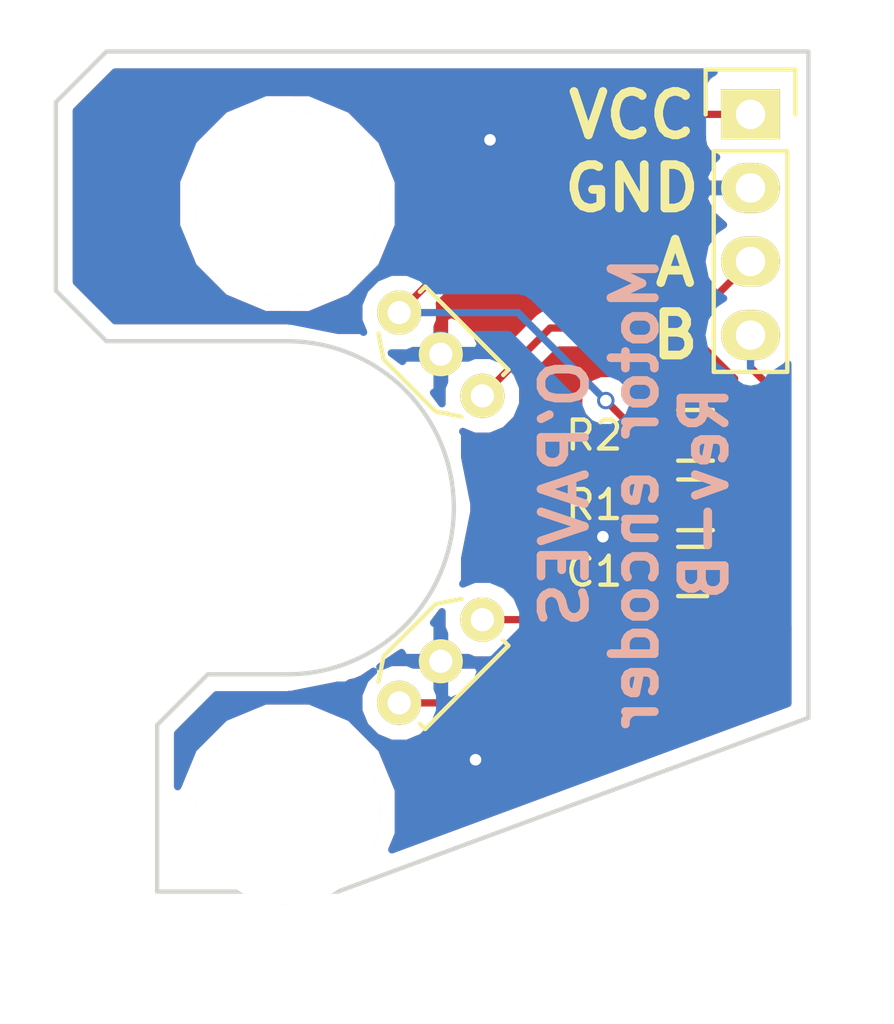
<source format=kicad_pcb>
(kicad_pcb (version 4) (host pcbnew 4.0.4+dfsg1-stable)

  (general
    (links 12)
    (no_connects 0)
    (area 108.924999 60.674999 135.075001 89.825001)
    (thickness 1.6)
    (drawings 21)
    (tracks 41)
    (zones 0)
    (modules 8)
    (nets 5)
  )

  (page A4)
  (title_block
    (title "O'PAVES - Encoders for TAMIYA High Speed Gearbox")
    (rev B)
    (company AdaCore)
  )

  (layers
    (0 F.Cu signal)
    (31 B.Cu signal)
    (32 B.Adhes user)
    (33 F.Adhes user)
    (34 B.Paste user)
    (35 F.Paste user)
    (36 B.SilkS user)
    (37 F.SilkS user)
    (38 B.Mask user)
    (39 F.Mask user)
    (40 Dwgs.User user)
    (41 Cmts.User user)
    (42 Eco1.User user)
    (43 Eco2.User user)
    (44 Edge.Cuts user)
    (45 Margin user)
    (46 B.CrtYd user)
    (47 F.CrtYd user)
    (48 B.Fab user)
    (49 F.Fab user)
  )

  (setup
    (last_trace_width 0.25)
    (trace_clearance 0.2)
    (zone_clearance 0.508)
    (zone_45_only no)
    (trace_min 0.2)
    (segment_width 0.2)
    (edge_width 0.15)
    (via_size 0.6)
    (via_drill 0.4)
    (via_min_size 0.4)
    (via_min_drill 0.3)
    (uvia_size 0.3)
    (uvia_drill 0.1)
    (uvias_allowed no)
    (uvia_min_size 0.2)
    (uvia_min_drill 0.1)
    (pcb_text_width 0.3)
    (pcb_text_size 1.5 1.5)
    (mod_edge_width 0.15)
    (mod_text_size 1 1)
    (mod_text_width 0.15)
    (pad_size 1.524 1.524)
    (pad_drill 0.762)
    (pad_to_mask_clearance 0.1)
    (aux_axis_origin 0 0)
    (visible_elements FFFEFF7F)
    (pcbplotparams
      (layerselection 0x010f0_80000001)
      (usegerberextensions false)
      (excludeedgelayer true)
      (linewidth 0.100000)
      (plotframeref false)
      (viasonmask false)
      (mode 1)
      (useauxorigin false)
      (hpglpennumber 1)
      (hpglpenspeed 20)
      (hpglpendiameter 15)
      (hpglpenoverlay 2)
      (psnegative false)
      (psa4output false)
      (plotreference true)
      (plotvalue true)
      (plotinvisibletext false)
      (padsonsilk false)
      (subtractmaskfromsilk false)
      (outputformat 1)
      (mirror false)
      (drillshape 0)
      (scaleselection 1)
      (outputdirectory rev_A/gerber/))
  )

  (net 0 "")
  (net 1 VCC)
  (net 2 GND)
  (net 3 A)
  (net 4 B)

  (net_class Default "This is the default net class."
    (clearance 0.2)
    (trace_width 0.25)
    (via_dia 0.6)
    (via_drill 0.4)
    (uvia_dia 0.3)
    (uvia_drill 0.1)
    (add_net A)
    (add_net B)
    (add_net GND)
    (add_net VCC)
  )

  (module Pin_Headers:Pin_Header_Straight_1x04 (layer F.Cu) (tedit 5888A1D1) (tstamp 5888979D)
    (at 133 62.92)
    (descr "Through hole pin header")
    (tags "pin header")
    (path /5888A684)
    (fp_text reference P1 (at 0 -5.1) (layer F.SilkS) hide
      (effects (font (size 1 1) (thickness 0.15)))
    )
    (fp_text value CONN_01X04 (at 0 -3.1) (layer F.Fab)
      (effects (font (size 1 1) (thickness 0.15)))
    )
    (fp_line (start -1.75 -1.75) (end -1.75 9.4) (layer F.CrtYd) (width 0.05))
    (fp_line (start 1.75 -1.75) (end 1.75 9.4) (layer F.CrtYd) (width 0.05))
    (fp_line (start -1.75 -1.75) (end 1.75 -1.75) (layer F.CrtYd) (width 0.05))
    (fp_line (start -1.75 9.4) (end 1.75 9.4) (layer F.CrtYd) (width 0.05))
    (fp_line (start -1.27 1.27) (end -1.27 8.89) (layer F.SilkS) (width 0.15))
    (fp_line (start 1.27 1.27) (end 1.27 8.89) (layer F.SilkS) (width 0.15))
    (fp_line (start 1.55 -1.55) (end 1.55 0) (layer F.SilkS) (width 0.15))
    (fp_line (start -1.27 8.89) (end 1.27 8.89) (layer F.SilkS) (width 0.15))
    (fp_line (start 1.27 1.27) (end -1.27 1.27) (layer F.SilkS) (width 0.15))
    (fp_line (start -1.55 0) (end -1.55 -1.55) (layer F.SilkS) (width 0.15))
    (fp_line (start -1.55 -1.55) (end 1.55 -1.55) (layer F.SilkS) (width 0.15))
    (pad 1 thru_hole rect (at 0 0) (size 2.032 1.7272) (drill 1.016) (layers *.Cu *.Mask F.SilkS)
      (net 1 VCC))
    (pad 2 thru_hole oval (at 0 2.54) (size 2.032 1.7272) (drill 1.016) (layers *.Cu *.Mask F.SilkS)
      (net 2 GND))
    (pad 3 thru_hole oval (at 0 5.08) (size 2.032 1.7272) (drill 1.016) (layers *.Cu *.Mask F.SilkS)
      (net 3 A))
    (pad 4 thru_hole oval (at 0 7.62) (size 2.032 1.7272) (drill 1.016) (layers *.Cu *.Mask F.SilkS)
      (net 4 B))
    (model Pin_Headers.3dshapes/Pin_Header_Straight_1x04.wrl
      (at (xyz 0 -0.15 0))
      (scale (xyz 1 1 1))
      (rotate (xyz 0 0 90))
    )
  )

  (module Mounting_Holes:MountingHole_6.4mm_M6_DIN965 (layer F.Cu) (tedit 58889FC2) (tstamp 588899A4)
    (at 117 66)
    (descr "Mounting Hole 6.4mm, no annular, M6, DIN965")
    (tags "mounting hole 6.4mm no annular m6 din965")
    (path /5888CC1C)
    (fp_text reference Mounting_Hole1 (at 0 -6.5) (layer F.SilkS) hide
      (effects (font (size 1 1) (thickness 0.15)))
    )
    (fp_text value Mounting_Hole1 (at 0 6.5) (layer F.Fab)
      (effects (font (size 1 1) (thickness 0.15)))
    )
    (fp_circle (center 0 0) (end 5.5 0) (layer Cmts.User) (width 0.15))
    (fp_circle (center 0 0) (end 5.75 0) (layer F.CrtYd) (width 0.05))
    (pad 1 np_thru_hole circle (at 0 0) (size 6.4 6.4) (drill 6.4) (layers *.Cu *.Mask F.SilkS))
  )

  (module Mounting_Holes:MountingHole_6.4mm_M6_DIN965 (layer F.Cu) (tedit 58889FBB) (tstamp 588899A9)
    (at 117 87)
    (descr "Mounting Hole 6.4mm, no annular, M6, DIN965")
    (tags "mounting hole 6.4mm no annular m6 din965")
    (path /5888CCF6)
    (fp_text reference Mounting_Hole2 (at 0 -6.5) (layer F.SilkS) hide
      (effects (font (size 1 1) (thickness 0.15)))
    )
    (fp_text value Mounting_Hole2 (at 0 6.5) (layer F.Fab)
      (effects (font (size 1 1) (thickness 0.15)))
    )
    (fp_circle (center 0 0) (end 5.5 0) (layer Cmts.User) (width 0.15))
    (fp_circle (center 0 0) (end 5.75 0) (layer F.CrtYd) (width 0.05))
    (pad 1 np_thru_hole circle (at 0 0) (size 6.4 6.4) (drill 6.4) (layers *.Cu *.Mask F.SilkS))
  )

  (module Capacitors_SMD:C_0805_HandSoldering (layer F.Cu) (tedit 541A9B8D) (tstamp 58A55C6F)
    (at 131 78.7)
    (descr "Capacitor SMD 0805, hand soldering")
    (tags "capacitor 0805")
    (path /58889BB0)
    (attr smd)
    (fp_text reference C1 (at -3.4 0) (layer F.SilkS)
      (effects (font (size 1 1) (thickness 0.15)))
    )
    (fp_text value C (at 0 2.1) (layer F.Fab)
      (effects (font (size 1 1) (thickness 0.15)))
    )
    (fp_line (start -2.3 -1) (end 2.3 -1) (layer F.CrtYd) (width 0.05))
    (fp_line (start -2.3 1) (end 2.3 1) (layer F.CrtYd) (width 0.05))
    (fp_line (start -2.3 -1) (end -2.3 1) (layer F.CrtYd) (width 0.05))
    (fp_line (start 2.3 -1) (end 2.3 1) (layer F.CrtYd) (width 0.05))
    (fp_line (start 0.5 -0.85) (end -0.5 -0.85) (layer F.SilkS) (width 0.15))
    (fp_line (start -0.5 0.85) (end 0.5 0.85) (layer F.SilkS) (width 0.15))
    (pad 1 smd rect (at -1.25 0) (size 1.5 1.25) (layers F.Cu F.Paste F.Mask)
      (net 1 VCC))
    (pad 2 smd rect (at 1.25 0) (size 1.5 1.25) (layers F.Cu F.Paste F.Mask)
      (net 2 GND))
    (model Capacitors_SMD.3dshapes/C_0805_HandSoldering.wrl
      (at (xyz 0 0 0))
      (scale (xyz 1 1 1))
      (rotate (xyz 0 0 0))
    )
  )

  (module Resistors_SMD:R_0805_HandSoldering (layer F.Cu) (tedit 54189DEE) (tstamp 58A55C7B)
    (at 131.1 76.4)
    (descr "Resistor SMD 0805, hand soldering")
    (tags "resistor 0805")
    (path /58889A60)
    (attr smd)
    (fp_text reference R1 (at -3.5 0) (layer F.SilkS)
      (effects (font (size 1 1) (thickness 0.15)))
    )
    (fp_text value 10k (at 0 2.1) (layer F.Fab)
      (effects (font (size 1 1) (thickness 0.15)))
    )
    (fp_line (start -2.4 -1) (end 2.4 -1) (layer F.CrtYd) (width 0.05))
    (fp_line (start -2.4 1) (end 2.4 1) (layer F.CrtYd) (width 0.05))
    (fp_line (start -2.4 -1) (end -2.4 1) (layer F.CrtYd) (width 0.05))
    (fp_line (start 2.4 -1) (end 2.4 1) (layer F.CrtYd) (width 0.05))
    (fp_line (start 0.6 0.875) (end -0.6 0.875) (layer F.SilkS) (width 0.15))
    (fp_line (start -0.6 -0.875) (end 0.6 -0.875) (layer F.SilkS) (width 0.15))
    (pad 1 smd rect (at -1.35 0) (size 1.5 1.3) (layers F.Cu F.Paste F.Mask)
      (net 1 VCC))
    (pad 2 smd rect (at 1.35 0) (size 1.5 1.3) (layers F.Cu F.Paste F.Mask)
      (net 4 B))
    (model Resistors_SMD.3dshapes/R_0805_HandSoldering.wrl
      (at (xyz 0 0 0))
      (scale (xyz 1 1 1))
      (rotate (xyz 0 0 0))
    )
  )

  (module Resistors_SMD:R_0805_HandSoldering (layer F.Cu) (tedit 54189DEE) (tstamp 58A55C87)
    (at 131.1 74)
    (descr "Resistor SMD 0805, hand soldering")
    (tags "resistor 0805")
    (path /58889F12)
    (attr smd)
    (fp_text reference R2 (at -3.5 0) (layer F.SilkS)
      (effects (font (size 1 1) (thickness 0.15)))
    )
    (fp_text value 10k (at 0 2.1) (layer F.Fab)
      (effects (font (size 1 1) (thickness 0.15)))
    )
    (fp_line (start -2.4 -1) (end 2.4 -1) (layer F.CrtYd) (width 0.05))
    (fp_line (start -2.4 1) (end 2.4 1) (layer F.CrtYd) (width 0.05))
    (fp_line (start -2.4 -1) (end -2.4 1) (layer F.CrtYd) (width 0.05))
    (fp_line (start 2.4 -1) (end 2.4 1) (layer F.CrtYd) (width 0.05))
    (fp_line (start 0.6 0.875) (end -0.6 0.875) (layer F.SilkS) (width 0.15))
    (fp_line (start -0.6 -0.875) (end 0.6 -0.875) (layer F.SilkS) (width 0.15))
    (pad 1 smd rect (at -1.35 0) (size 1.5 1.3) (layers F.Cu F.Paste F.Mask)
      (net 1 VCC))
    (pad 2 smd rect (at 1.35 0) (size 1.5 1.3) (layers F.Cu F.Paste F.Mask)
      (net 3 A))
    (model Resistors_SMD.3dshapes/R_0805_HandSoldering.wrl
      (at (xyz 0 0 0))
      (scale (xyz 1 1 1))
      (rotate (xyz 0 0 0))
    )
  )

  (module OPAVES:DRV5013_Hall_Sensor_TO-92_Inline (layer F.Cu) (tedit 589C65F5) (tstamp 58AB3C1F)
    (at 120.503949 69.403949 315)
    (descr "TO-92 leads in-line, wide, drill 0.8mm (see NXP sot054_po.pdf)")
    (tags "to-92 sc-43 sc-43a sot54 PA33 transistor")
    (path /5888CFCF)
    (fp_text reference TO-92-A1 (at 0 -4 315) (layer F.SilkS) hide
      (effects (font (size 1 1) (thickness 0.15)))
    )
    (fp_text value Digital_Latch_Hall_Effect_Sensor_TO-92 (at 0 3 315) (layer F.Fab)
      (effects (font (size 1 1) (thickness 0.15)))
    )
    (fp_line (start 0.508 -1.27) (end 0.508 -1.016) (layer F.SilkS) (width 0.15))
    (fp_line (start 4.572 -1.27) (end 0.508 -1.27) (layer F.SilkS) (width 0.15))
    (fp_line (start 4.572 -1.016) (end 4.572 -1.27) (layer F.SilkS) (width 0.15))
    (fp_line (start 1.27 1.524) (end 0.508 1.016) (layer F.SilkS) (width 0.15))
    (fp_line (start 3.81 1.524) (end 1.27 1.524) (layer F.SilkS) (width 0.15))
    (fp_line (start 4.572 1.016) (end 3.81 1.524) (layer F.SilkS) (width 0.15))
    (fp_line (start -1 1.95) (end -1 -2.65) (layer F.CrtYd) (width 0.05))
    (fp_line (start -1 1.95) (end 6.1 1.95) (layer F.CrtYd) (width 0.05))
    (fp_line (start -1 -2.65) (end 6.1 -2.65) (layer F.CrtYd) (width 0.05))
    (fp_line (start 6.1 1.95) (end 6.1 -2.65) (layer F.CrtYd) (width 0.05))
    (pad 2 thru_hole circle (at 2.54 0 45) (size 1.524 1.524) (drill 0.8) (layers *.Cu *.Mask F.SilkS)
      (net 2 GND))
    (pad 3 thru_hole circle (at 4.572 0 45) (size 1.524 1.524) (drill 0.8) (layers *.Cu *.Mask F.SilkS)
      (net 3 A))
    (pad 1 thru_hole circle (at 0.508 0 45) (size 1.524 1.524) (drill 0.8) (layers *.Cu *.Mask F.SilkS)
      (net 1 VCC))
    (model TO_SOT_Packages_THT.3dshapes/TO-92_Inline_Wide.wrl
      (at (xyz 0.1 0 0))
      (scale (xyz 1 1 1))
      (rotate (xyz 0 0 -90))
    )
  )

  (module OPAVES:DRV5013_Hall_Sensor_TO-92_Inline (layer F.Cu) (tedit 589C65F5) (tstamp 58AB3C2F)
    (at 124.096051 80.003949 225)
    (descr "TO-92 leads in-line, wide, drill 0.8mm (see NXP sot054_po.pdf)")
    (tags "to-92 sc-43 sc-43a sot54 PA33 transistor")
    (path /5888D106)
    (fp_text reference TO-92-B1 (at 0 -4 225) (layer F.SilkS) hide
      (effects (font (size 1 1) (thickness 0.15)))
    )
    (fp_text value Digital_Latch_Hall_Effect_Sensor_TO-92 (at 0 3 225) (layer F.Fab)
      (effects (font (size 1 1) (thickness 0.15)))
    )
    (fp_line (start 0.508 -1.27) (end 0.508 -1.016) (layer F.SilkS) (width 0.15))
    (fp_line (start 4.572 -1.27) (end 0.508 -1.27) (layer F.SilkS) (width 0.15))
    (fp_line (start 4.572 -1.016) (end 4.572 -1.27) (layer F.SilkS) (width 0.15))
    (fp_line (start 1.27 1.524) (end 0.508 1.016) (layer F.SilkS) (width 0.15))
    (fp_line (start 3.81 1.524) (end 1.27 1.524) (layer F.SilkS) (width 0.15))
    (fp_line (start 4.572 1.016) (end 3.81 1.524) (layer F.SilkS) (width 0.15))
    (fp_line (start -1 1.95) (end -1 -2.65) (layer F.CrtYd) (width 0.05))
    (fp_line (start -1 1.95) (end 6.1 1.95) (layer F.CrtYd) (width 0.05))
    (fp_line (start -1 -2.65) (end 6.1 -2.65) (layer F.CrtYd) (width 0.05))
    (fp_line (start 6.1 1.95) (end 6.1 -2.65) (layer F.CrtYd) (width 0.05))
    (pad 2 thru_hole circle (at 2.54 0 315) (size 1.524 1.524) (drill 0.8) (layers *.Cu *.Mask F.SilkS)
      (net 2 GND))
    (pad 3 thru_hole circle (at 4.572 0 315) (size 1.524 1.524) (drill 0.8) (layers *.Cu *.Mask F.SilkS)
      (net 4 B))
    (pad 1 thru_hole circle (at 0.508 0 315) (size 1.524 1.524) (drill 0.8) (layers *.Cu *.Mask F.SilkS)
      (net 1 VCC))
    (model TO_SOT_Packages_THT.3dshapes/TO-92_Inline_Wide.wrl
      (at (xyz 0.1 0 0))
      (scale (xyz 1 1 1))
      (rotate (xyz 0 0 -90))
    )
  )

  (gr_text "O'PAVES\nMotor encoder\nRev-B" (at 129 76 90) (layer B.SilkS)
    (effects (font (size 1.5 1.5) (thickness 0.3)) (justify mirror))
  )
  (gr_text GND (at 128.9 65.475) (layer F.SilkS)
    (effects (font (size 1.5 1.5) (thickness 0.3)))
  )
  (gr_text A (at 130.4 68.05) (layer F.SilkS)
    (effects (font (size 1.5 1.5) (thickness 0.3)))
  )
  (gr_line (start 117 76.5) (end 123 82.5) (layer Margin) (width 0.2))
  (gr_line (start 123 70.5) (end 117 76.5) (layer Margin) (width 0.2))
  (gr_arc (start 117 76.5) (end 123 70.5) (angle 90) (layer Margin) (width 0.2))
  (gr_text "B\n" (at 130.4 70.55) (layer F.SilkS)
    (effects (font (size 1.5 1.5) (thickness 0.3)))
  )
  (gr_text VCC (at 128.9 62.95) (layer F.SilkS)
    (effects (font (size 1.5 1.5) (thickness 0.3)))
  )
  (gr_line (start 114.25 82.25) (end 112.5 84) (layer Edge.Cuts) (width 0.15))
  (gr_line (start 109 62.5) (end 110.75 60.75) (layer Edge.Cuts) (width 0.15))
  (gr_line (start 110.75 70.75) (end 109 69) (layer Edge.Cuts) (width 0.15))
  (gr_line (start 117 82.25) (end 114.25 82.25) (layer Edge.Cuts) (width 0.15))
  (gr_line (start 110.75 60.75) (end 135 60.75) (layer Edge.Cuts) (width 0.15))
  (gr_line (start 109 69) (end 109 62.5) (layer Edge.Cuts) (width 0.15))
  (gr_line (start 117 70.75) (end 110.75 70.75) (layer Edge.Cuts) (width 0.15))
  (gr_line (start 112.5 89.75) (end 118.75 89.75) (layer Edge.Cuts) (width 0.15))
  (gr_line (start 112.5 84) (end 112.5 89.75) (layer Edge.Cuts) (width 0.15))
  (gr_line (start 135 83.75) (end 118.75 89.75) (layer Edge.Cuts) (width 0.15))
  (gr_line (start 135 60.75) (end 135 83.75) (layer Edge.Cuts) (width 0.15))
  (gr_arc (start 117 76.5) (end 117 70.75) (angle 180) (layer Edge.Cuts) (width 0.15))
  (gr_circle (center 117 76.5) (end 122 76.5) (layer Dwgs.User) (width 0.2))

  (segment (start 133 62.92) (end 127.706318 62.92) (width 0.25) (layer F.Cu) (net 1))
  (segment (start 127.706318 62.92) (end 120.863159 69.763159) (width 0.25) (layer F.Cu) (net 1))
  (segment (start 128 72.8) (end 124.963159 69.763159) (width 0.25) (layer B.Cu) (net 1))
  (segment (start 124.963159 69.763159) (end 120.863159 69.763159) (width 0.25) (layer B.Cu) (net 1))
  (segment (start 123.736841 80.363159) (end 128.961841 80.363159) (width 0.25) (layer F.Cu) (net 1))
  (segment (start 128.961841 80.363159) (end 129.75 79.575) (width 0.25) (layer F.Cu) (net 1))
  (segment (start 129.75 79.575) (end 129.75 78.7) (width 0.25) (layer F.Cu) (net 1))
  (segment (start 128.299999 73.099999) (end 128 72.8) (width 0.25) (layer F.Cu) (net 1))
  (segment (start 129.2 74) (end 128.299999 73.099999) (width 0.25) (layer F.Cu) (net 1))
  (segment (start 130.05 74) (end 129.2 74) (width 0.25) (layer F.Cu) (net 1))
  (via (at 128 72.8) (size 0.6) (drill 0.4) (layers F.Cu B.Cu) (net 1))
  (segment (start 129.75 78.7) (end 129.75 76.4) (width 0.25) (layer F.Cu) (net 1))
  (segment (start 129.75 74) (end 129.75 76.4) (width 0.25) (layer F.Cu) (net 1))
  (segment (start 127.9 77.92427) (end 127.9 77.500006) (width 0.25) (layer B.Cu) (net 2))
  (segment (start 124.02427 81.8) (end 127.9 77.92427) (width 0.25) (layer B.Cu) (net 2))
  (segment (start 122.3 81.8) (end 124.02427 81.8) (width 0.25) (layer B.Cu) (net 2))
  (via (at 127.9 77.500006) (size 0.6) (drill 0.4) (layers F.Cu B.Cu) (net 2))
  (segment (start 122.3 81.8) (end 122.3 84) (width 0.25) (layer B.Cu) (net 2))
  (segment (start 122.3 84) (end 123.5 85.2) (width 0.25) (layer B.Cu) (net 2))
  (via (at 123.5 85.2) (size 0.6) (drill 0.4) (layers F.Cu B.Cu) (net 2))
  (segment (start 133 65.46) (end 125.66 65.46) (width 0.25) (layer B.Cu) (net 2))
  (segment (start 125.66 65.46) (end 124 63.8) (width 0.25) (layer B.Cu) (net 2))
  (via (at 124 63.8) (size 0.6) (drill 0.4) (layers F.Cu B.Cu) (net 2))
  (segment (start 130.703949 70.296051) (end 126.077631 70.296051) (width 0.25) (layer F.Cu) (net 3))
  (segment (start 126.077631 70.296051) (end 123.736841 72.636841) (width 0.25) (layer F.Cu) (net 3))
  (segment (start 130.703949 70.296051) (end 132.45 72.042102) (width 0.25) (layer F.Cu) (net 3))
  (segment (start 132.45 72.042102) (end 132.45 74) (width 0.25) (layer F.Cu) (net 3))
  (segment (start 130.703949 70.296051) (end 133 68) (width 0.25) (layer F.Cu) (net 3))
  (segment (start 132.8476 68) (end 133 68) (width 0.25) (layer F.Cu) (net 3))
  (segment (start 133.8 80) (end 130.563159 83.236841) (width 0.25) (layer F.Cu) (net 4))
  (segment (start 130.563159 83.236841) (end 120.863159 83.236841) (width 0.25) (layer F.Cu) (net 4))
  (segment (start 132.45 76.4) (end 133.45 76.4) (width 0.25) (layer F.Cu) (net 4))
  (segment (start 133 71.6536) (end 133 70.54) (width 0.25) (layer F.Cu) (net 4))
  (segment (start 133.45 76.4) (end 134.266 75.584) (width 0.25) (layer F.Cu) (net 4))
  (segment (start 134.266 75.584) (end 134.266 72.9196) (width 0.25) (layer F.Cu) (net 4))
  (segment (start 134.266 72.9196) (end 133 71.6536) (width 0.25) (layer F.Cu) (net 4))
  (segment (start 133.8 76.75) (end 133.8 80) (width 0.25) (layer F.Cu) (net 4))
  (segment (start 133.45 76.4) (end 133.8 76.75) (width 0.25) (layer F.Cu) (net 4))
  (segment (start 131.95 76.5) (end 131.95 76.2) (width 0.25) (layer F.Cu) (net 4))
  (segment (start 133 71.6536) (end 133 70.54) (width 0.25) (layer B.Cu) (net 4))
  (segment (start 132.8476 70.54) (end 133 70.54) (width 0.25) (layer F.Cu) (net 4))

  (zone (net 2) (net_name GND) (layer F.Cu) (tstamp 0) (hatch edge 0.508)
    (connect_pads (clearance 0.508))
    (min_thickness 0.254)
    (fill yes (arc_segments 16) (thermal_gap 0.508) (thermal_bridge_width 0.508))
    (polygon
      (pts
        (xy 111 61) (xy 134.5 61) (xy 134.5 83.5) (xy 118.5 89.5) (xy 113 89.5)
        (xy 113 84) (xy 114.5 82.5) (xy 119 82.5) (xy 121.5 81) (xy 123 79)
        (xy 123 74.5) (xy 123 74) (xy 121.5 72) (xy 119.5 70.5) (xy 111 70.5)
        (xy 109.5 69) (xy 109.5 62.5)
      )
    )
    (filled_polygon
      (pts
        (xy 134.29 83.255302) (xy 120.610024 88.30637) (xy 120.834333 87.766175) (xy 120.835664 86.240518) (xy 120.25305 84.830485)
        (xy 119.175189 83.750741) (xy 117.766175 83.165667) (xy 116.240518 83.164336) (xy 114.830485 83.74695) (xy 113.750741 84.824811)
        (xy 113.21 86.127059) (xy 113.21 84.294092) (xy 114.544092 82.96) (xy 117 82.96) (xy 117.068584 82.946358)
        (xy 117.138514 82.946358) (xy 118.744034 82.627) (xy 119 82.627) (xy 119.065341 82.608902) (xy 119.179565 82.540367)
        (xy 119.338944 82.508665) (xy 119.594885 82.40265) (xy 119.977578 82.146943) (xy 119.67953 82.444471) (xy 119.466402 82.957741)
        (xy 119.465917 83.513502) (xy 119.678149 84.027144) (xy 120.070789 84.42047) (xy 120.584059 84.633598) (xy 121.13982 84.634083)
        (xy 121.653462 84.421851) (xy 122.046788 84.029211) (xy 122.060229 83.996841) (xy 130.563159 83.996841) (xy 130.853998 83.938989)
        (xy 131.10056 83.774242) (xy 134.29 80.584802)
      )
    )
    (filled_polygon
      (pts
        (xy 132.377 78.573) (xy 132.397 78.573) (xy 132.397 78.827) (xy 132.377 78.827) (xy 132.377 79.80125)
        (xy 132.53575 79.96) (xy 132.765198 79.96) (xy 130.248357 82.476841) (xy 123.54489 82.476841) (xy 123.681362 82.147369)
        (xy 123.559231 81.927) (xy 122.606608 81.927) (xy 122.493749 81.814141) (xy 122.314141 81.993749) (xy 122.427 82.106608)
        (xy 122.427 82.476841) (xy 122.173 82.476841) (xy 122.173 82.106608) (xy 122.285859 81.993749) (xy 122.106251 81.814141)
        (xy 121.993392 81.927) (xy 121.351576 81.927) (xy 121.142259 81.840084) (xy 120.586498 81.839599) (xy 120.196193 82.00087)
        (xy 120.945136 81.500442) (xy 121.040769 81.673) (xy 121.993392 81.673) (xy 122.106251 81.785859) (xy 122.285859 81.606251)
        (xy 122.173 81.493392) (xy 122.173 80.540769) (xy 122.053037 80.474284) (xy 122.340077 80.091563) (xy 122.339599 80.63982)
        (xy 122.427 80.851347) (xy 122.427 81.493392) (xy 122.314141 81.606251) (xy 122.493749 81.785859) (xy 122.606608 81.673)
        (xy 123.248424 81.673) (xy 123.457741 81.759916) (xy 124.013502 81.760401) (xy 124.527144 81.548169) (xy 124.92047 81.155529)
        (xy 124.933911 81.123159) (xy 128.961841 81.123159) (xy 129.25268 81.065307) (xy 129.499242 80.90056) (xy 130.287401 80.112401)
        (xy 130.38092 79.97244) (xy 130.5 79.97244) (xy 130.735317 79.928162) (xy 130.951441 79.78909) (xy 130.997969 79.720994)
        (xy 131.140302 79.863327) (xy 131.373691 79.96) (xy 131.96425 79.96) (xy 132.123 79.80125) (xy 132.123 78.827)
        (xy 132.103 78.827) (xy 132.103 78.573) (xy 132.123 78.573) (xy 132.123 78.553) (xy 132.377 78.553)
      )
    )
    (filled_polygon
      (pts
        (xy 131.69 72.356904) (xy 131.69 72.704442) (xy 131.464683 72.746838) (xy 131.248559 72.88591) (xy 131.103569 73.09811)
        (xy 131.100919 73.111197) (xy 130.96409 72.898559) (xy 130.75189 72.753569) (xy 130.5 72.70256) (xy 129 72.70256)
        (xy 128.980947 72.706145) (xy 128.935122 72.66032) (xy 128.935162 72.614833) (xy 128.793117 72.271057) (xy 128.530327 72.007808)
        (xy 128.186799 71.865162) (xy 127.814833 71.864838) (xy 127.471057 72.006883) (xy 127.207808 72.269673) (xy 127.065162 72.613201)
        (xy 127.064838 72.985167) (xy 127.206883 73.328943) (xy 127.469673 73.592192) (xy 127.813201 73.734838) (xy 127.860077 73.734879)
        (xy 128.35256 74.227362) (xy 128.35256 74.65) (xy 128.396838 74.885317) (xy 128.53591 75.101441) (xy 128.681083 75.200633)
        (xy 128.548559 75.28591) (xy 128.403569 75.49811) (xy 128.35256 75.75) (xy 128.35256 77.05) (xy 128.396838 77.285317)
        (xy 128.53591 77.501441) (xy 128.624554 77.562009) (xy 128.548559 77.61091) (xy 128.403569 77.82311) (xy 128.35256 78.075)
        (xy 128.35256 79.325) (xy 128.396838 79.560317) (xy 128.424406 79.603159) (xy 124.934372 79.603159) (xy 124.921851 79.572856)
        (xy 124.529211 79.17953) (xy 124.015941 78.966402) (xy 123.46018 78.965917) (xy 123.060434 79.131088) (xy 123.1016 79.0762)
        (xy 123.123241 79.030668) (xy 123.127 79) (xy 123.127 78.244034) (xy 123.446358 76.638514) (xy 123.446358 76.361486)
        (xy 123.127 74.755966) (xy 123.127 74) (xy 123.116994 73.95059) (xy 123.1016 73.9238) (xy 123.060118 73.868491)
        (xy 123.457741 74.033598) (xy 124.013502 74.034083) (xy 124.527144 73.821851) (xy 124.92047 73.429211) (xy 125.133598 72.915941)
        (xy 125.134083 72.36018) (xy 125.120698 72.327786) (xy 126.392433 71.056051) (xy 130.389147 71.056051)
      )
    )
    (filled_polygon
      (pts
        (xy 131.33656 63.7836) (xy 131.380838 64.018917) (xy 131.51991 64.235041) (xy 131.73211 64.380031) (xy 131.826927 64.399232)
        (xy 131.649268 64.557964) (xy 131.395291 65.085209) (xy 131.392642 65.100974) (xy 131.513783 65.333) (xy 132.873 65.333)
        (xy 132.873 65.313) (xy 133.127 65.313) (xy 133.127 65.333) (xy 133.147 65.333) (xy 133.147 65.587)
        (xy 133.127 65.587) (xy 133.127 65.607) (xy 132.873 65.607) (xy 132.873 65.587) (xy 131.513783 65.587)
        (xy 131.392642 65.819026) (xy 131.395291 65.834791) (xy 131.649268 66.362036) (xy 132.065069 66.733539) (xy 131.755585 66.94033)
        (xy 131.430729 67.426511) (xy 131.316655 68) (xy 131.417619 68.507579) (xy 130.389147 69.536051) (xy 126.077631 69.536051)
        (xy 125.786792 69.593903) (xy 125.54023 69.75865) (xy 124.046222 71.252658) (xy 124.015941 71.240084) (xy 123.46018 71.239599)
        (xy 123.248653 71.327) (xy 122.606608 71.327) (xy 122.493749 71.214141) (xy 122.314141 71.393749) (xy 122.427 71.506608)
        (xy 122.427 72.148424) (xy 122.340084 72.357741) (xy 122.339604 72.907805) (xy 122.053037 72.525716) (xy 122.173 72.459231)
        (xy 122.173 71.506608) (xy 122.285859 71.393749) (xy 122.106251 71.214141) (xy 121.993392 71.327) (xy 121.040769 71.327)
        (xy 120.974284 71.446963) (xy 120.591563 71.159923) (xy 121.13982 71.160401) (xy 121.351347 71.073) (xy 121.993392 71.073)
        (xy 122.106251 71.185859) (xy 122.285859 71.006251) (xy 122.173 70.893392) (xy 122.173 70.251576) (xy 122.259916 70.042259)
        (xy 122.260004 69.940769) (xy 122.427 69.940769) (xy 122.427 71.073) (xy 123.559231 71.073) (xy 123.681362 70.852631)
        (xy 123.44328 70.350449) (xy 123.031144 69.977603) (xy 122.647369 69.818638) (xy 122.427 69.940769) (xy 122.260004 69.940769)
        (xy 122.260401 69.486498) (xy 122.247016 69.454104) (xy 128.02112 63.68) (xy 131.33656 63.68)
      )
    )
    (filled_polygon
      (pts
        (xy 131.532559 61.59231) (xy 131.387569 61.80451) (xy 131.33656 62.0564) (xy 131.33656 62.16) (xy 127.706318 62.16)
        (xy 127.415478 62.217852) (xy 127.168917 62.382599) (xy 121.17254 68.378976) (xy 121.142259 68.366402) (xy 120.586498 68.365917)
        (xy 120.072856 68.578149) (xy 119.67953 68.970789) (xy 119.466402 69.484059) (xy 119.465917 70.03982) (xy 119.631088 70.439566)
        (xy 119.5762 70.3984) (xy 119.530668 70.376759) (xy 119.5 70.373) (xy 118.744034 70.373) (xy 117.138514 70.053642)
        (xy 117.068584 70.053642) (xy 117 70.04) (xy 111.044092 70.04) (xy 109.71 68.705908) (xy 109.71 66.759482)
        (xy 113.164336 66.759482) (xy 113.74695 68.169515) (xy 114.824811 69.249259) (xy 116.233825 69.834333) (xy 117.759482 69.835664)
        (xy 119.169515 69.25305) (xy 120.249259 68.175189) (xy 120.834333 66.766175) (xy 120.835664 65.240518) (xy 120.25305 63.830485)
        (xy 119.175189 62.750741) (xy 117.766175 62.165667) (xy 116.240518 62.164336) (xy 114.830485 62.74695) (xy 113.750741 63.824811)
        (xy 113.165667 65.233825) (xy 113.164336 66.759482) (xy 109.71 66.759482) (xy 109.71 62.794092) (xy 111.044092 61.46)
        (xy 131.738175 61.46)
      )
    )
  )
  (zone (net 2) (net_name GND) (layer B.Cu) (tstamp 0) (hatch edge 0.508)
    (connect_pads (clearance 0.508))
    (min_thickness 0.254)
    (fill yes (arc_segments 16) (thermal_gap 0.508) (thermal_bridge_width 0.508))
    (polygon
      (pts
        (xy 111 61) (xy 134.5 61) (xy 134.5 83.5) (xy 118.5 89.5) (xy 113 89.5)
        (xy 113 84) (xy 114.5 82.5) (xy 119 82.5) (xy 121.5 81) (xy 123 79)
        (xy 123 74) (xy 121.5 72) (xy 119.5 70.5) (xy 111 70.5) (xy 109.5 69)
        (xy 109.5 62.5)
      )
    )
    (filled_polygon
      (pts
        (xy 131.532559 61.59231) (xy 131.387569 61.80451) (xy 131.33656 62.0564) (xy 131.33656 63.7836) (xy 131.380838 64.018917)
        (xy 131.51991 64.235041) (xy 131.73211 64.380031) (xy 131.826927 64.399232) (xy 131.649268 64.557964) (xy 131.395291 65.085209)
        (xy 131.392642 65.100974) (xy 131.513783 65.333) (xy 132.873 65.333) (xy 132.873 65.313) (xy 133.127 65.313)
        (xy 133.127 65.333) (xy 133.147 65.333) (xy 133.147 65.587) (xy 133.127 65.587) (xy 133.127 65.607)
        (xy 132.873 65.607) (xy 132.873 65.587) (xy 131.513783 65.587) (xy 131.392642 65.819026) (xy 131.395291 65.834791)
        (xy 131.649268 66.362036) (xy 132.065069 66.733539) (xy 131.755585 66.94033) (xy 131.430729 67.426511) (xy 131.316655 68)
        (xy 131.430729 68.573489) (xy 131.755585 69.05967) (xy 132.070366 69.27) (xy 131.755585 69.48033) (xy 131.430729 69.966511)
        (xy 131.316655 70.54) (xy 131.430729 71.113489) (xy 131.755585 71.59967) (xy 132.241766 71.924526) (xy 132.296038 71.935321)
        (xy 132.297852 71.944439) (xy 132.462599 72.191001) (xy 132.709161 72.355748) (xy 133 72.4136) (xy 133.290839 72.355748)
        (xy 133.537401 72.191001) (xy 133.702148 71.944439) (xy 133.703962 71.935321) (xy 133.758234 71.924526) (xy 134.244415 71.59967)
        (xy 134.29 71.531447) (xy 134.29 83.255302) (xy 120.610024 88.30637) (xy 120.834333 87.766175) (xy 120.835664 86.240518)
        (xy 120.25305 84.830485) (xy 119.175189 83.750741) (xy 117.766175 83.165667) (xy 116.240518 83.164336) (xy 114.830485 83.74695)
        (xy 113.750741 84.824811) (xy 113.21 86.127059) (xy 113.21 84.294092) (xy 114.544092 82.96) (xy 117 82.96)
        (xy 117.068584 82.946358) (xy 117.138514 82.946358) (xy 118.744034 82.627) (xy 119 82.627) (xy 119.065341 82.608902)
        (xy 119.179565 82.540367) (xy 119.338944 82.508665) (xy 119.594885 82.40265) (xy 119.977578 82.146943) (xy 119.67953 82.444471)
        (xy 119.466402 82.957741) (xy 119.465917 83.513502) (xy 119.678149 84.027144) (xy 120.070789 84.42047) (xy 120.584059 84.633598)
        (xy 121.13982 84.634083) (xy 121.653462 84.421851) (xy 122.046788 84.029211) (xy 122.259916 83.515941) (xy 122.260401 82.96018)
        (xy 122.173 82.748653) (xy 122.173 82.106608) (xy 122.285859 81.993749) (xy 122.21911 81.927) (xy 122.427 81.927)
        (xy 122.427 83.059231) (xy 122.647369 83.181362) (xy 123.149551 82.94328) (xy 123.522397 82.531144) (xy 123.681362 82.147369)
        (xy 123.559231 81.927) (xy 122.427 81.927) (xy 122.21911 81.927) (xy 122.106251 81.814141) (xy 121.993392 81.927)
        (xy 121.351576 81.927) (xy 121.142259 81.840084) (xy 120.586498 81.839599) (xy 120.196193 82.00087) (xy 120.945136 81.500442)
        (xy 121.040769 81.673) (xy 121.993392 81.673) (xy 122.106251 81.785859) (xy 122.285859 81.606251) (xy 122.173 81.493392)
        (xy 122.173 80.540769) (xy 122.053037 80.474284) (xy 122.340077 80.091563) (xy 122.339599 80.63982) (xy 122.427 80.851347)
        (xy 122.427 81.493392) (xy 122.314141 81.606251) (xy 122.493749 81.785859) (xy 122.606608 81.673) (xy 123.248424 81.673)
        (xy 123.457741 81.759916) (xy 124.013502 81.760401) (xy 124.527144 81.548169) (xy 124.92047 81.155529) (xy 125.133598 80.642259)
        (xy 125.134083 80.086498) (xy 124.921851 79.572856) (xy 124.529211 79.17953) (xy 124.015941 78.966402) (xy 123.46018 78.965917)
        (xy 123.060434 79.131088) (xy 123.1016 79.0762) (xy 123.123241 79.030668) (xy 123.127 79) (xy 123.127 78.244034)
        (xy 123.446358 76.638514) (xy 123.446358 76.361486) (xy 123.127 74.755966) (xy 123.127 74) (xy 123.116994 73.95059)
        (xy 123.1016 73.9238) (xy 123.060118 73.868491) (xy 123.457741 74.033598) (xy 124.013502 74.034083) (xy 124.527144 73.821851)
        (xy 124.92047 73.429211) (xy 125.133598 72.915941) (xy 125.134083 72.36018) (xy 124.921851 71.846538) (xy 124.529211 71.453212)
        (xy 124.015941 71.240084) (xy 123.46018 71.239599) (xy 123.248653 71.327) (xy 122.606608 71.327) (xy 122.493749 71.214141)
        (xy 122.314141 71.393749) (xy 122.427 71.506608) (xy 122.427 72.148424) (xy 122.340084 72.357741) (xy 122.339604 72.907805)
        (xy 122.053037 72.525716) (xy 122.173 72.459231) (xy 122.173 71.506608) (xy 122.285859 71.393749) (xy 122.106251 71.214141)
        (xy 121.993392 71.327) (xy 121.040769 71.327) (xy 120.974284 71.446963) (xy 120.591563 71.159923) (xy 121.13982 71.160401)
        (xy 121.351347 71.073) (xy 121.993392 71.073) (xy 122.106251 71.185859) (xy 122.285859 71.006251) (xy 122.173 70.893392)
        (xy 122.173 70.523159) (xy 122.427 70.523159) (xy 122.427 70.893392) (xy 122.314141 71.006251) (xy 122.493749 71.185859)
        (xy 122.606608 71.073) (xy 123.559231 71.073) (xy 123.681362 70.852631) (xy 123.525161 70.523159) (xy 124.648357 70.523159)
        (xy 127.064878 72.93968) (xy 127.064838 72.985167) (xy 127.206883 73.328943) (xy 127.469673 73.592192) (xy 127.813201 73.734838)
        (xy 128.185167 73.735162) (xy 128.528943 73.593117) (xy 128.792192 73.330327) (xy 128.934838 72.986799) (xy 128.935162 72.614833)
        (xy 128.793117 72.271057) (xy 128.530327 72.007808) (xy 128.186799 71.865162) (xy 128.139923 71.865121) (xy 125.50056 69.225758)
        (xy 125.253998 69.061011) (xy 124.963159 69.003159) (xy 122.06069 69.003159) (xy 122.048169 68.972856) (xy 121.655529 68.57953)
        (xy 121.142259 68.366402) (xy 120.586498 68.365917) (xy 120.072856 68.578149) (xy 119.67953 68.970789) (xy 119.466402 69.484059)
        (xy 119.465917 70.03982) (xy 119.631088 70.439566) (xy 119.5762 70.3984) (xy 119.530668 70.376759) (xy 119.5 70.373)
        (xy 118.744034 70.373) (xy 117.138514 70.053642) (xy 117.068584 70.053642) (xy 117 70.04) (xy 111.044092 70.04)
        (xy 109.71 68.705908) (xy 109.71 66.759482) (xy 113.164336 66.759482) (xy 113.74695 68.169515) (xy 114.824811 69.249259)
        (xy 116.233825 69.834333) (xy 117.759482 69.835664) (xy 119.169515 69.25305) (xy 120.249259 68.175189) (xy 120.834333 66.766175)
        (xy 120.835664 65.240518) (xy 120.25305 63.830485) (xy 119.175189 62.750741) (xy 117.766175 62.165667) (xy 116.240518 62.164336)
        (xy 114.830485 62.74695) (xy 113.750741 63.824811) (xy 113.165667 65.233825) (xy 113.164336 66.759482) (xy 109.71 66.759482)
        (xy 109.71 62.794092) (xy 111.044092 61.46) (xy 131.738175 61.46)
      )
    )
  )
)

</source>
